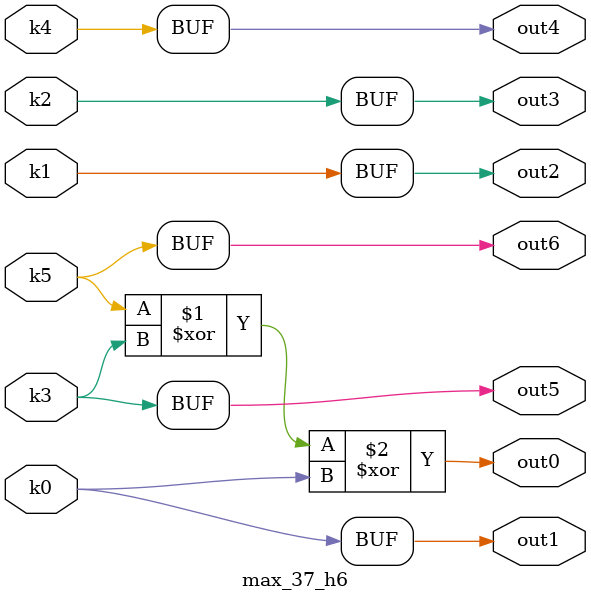
<source format=v>
module max_37(pi00, pi01, pi02, pi03, pi04, pi05, pi06, pi07, pi08, pi09, pi10, pi11, pi12, pi13, po0, po1, po2, po3, po4, po5, po6);
input pi00, pi01, pi02, pi03, pi04, pi05, pi06, pi07, pi08, pi09, pi10, pi11, pi12, pi13;
output po0, po1, po2, po3, po4, po5, po6;
wire k0, k1, k2, k3, k4, k5;
max_37_w6 DUT1 (pi00, pi01, pi02, pi03, pi04, pi05, pi06, pi07, pi08, pi09, pi10, pi11, pi12, pi13, k0, k1, k2, k3, k4, k5);
max_37_h6 DUT2 (k0, k1, k2, k3, k4, k5, po0, po1, po2, po3, po4, po5, po6);
endmodule

module max_37_w6(in13, in12, in11, in10, in9, in8, in7, in6, in5, in4, in3, in2, in1, in0, k5, k4, k3, k2, k1, k0);
input in13, in12, in11, in10, in9, in8, in7, in6, in5, in4, in3, in2, in1, in0;
output k5, k4, k3, k2, k1, k0;
assign k0 =   in0 ? in1 : (in4 ? ~in11 : ~in7);
assign k1 =   in0 ? in2 : (in4 ? ~in12 : ~in8);
assign k2 =   in0 ? in5 : (in4 ? ~in13 : ~in9);
assign k3 =   ~in10 & in6;
assign k4 =   in4 ? ((((in12 | (in2 & (in13 | in5))) & (in13 | in2 | in5)) | (in10 & in3) | (in11 & in1)) & (in11 | in1 | (in10 & in3)) & (in10 | in3)) : ((((in8 | (in2 & (in9 | in5))) & (in9 | in2 | in5)) | (in6 & in3) | (in7 & in1)) & (in7 | in1 | (in6 & in3)) & (in6 | in3));
assign k5 =   (((~in12 | (in8 & (in9 | ~in13))) & (in8 | in9 | ~in13)) | (~in11 & in7)) & (~in11 | in7) & (in6 | ~in10);
endmodule

module max_37_h6(k5, k4, k3, k2, k1, k0, out6, out5, out4, out3, out2, out1, out0);
input k5, k4, k3, k2, k1, k0;
output out6, out5, out4, out3, out2, out1, out0;
assign out0 = k5 ^ k3 ^ k0;
assign out1 = k0;
assign out2 = k1;
assign out3 = k2;
assign out4 = k4;
assign out5 = k3;
assign out6 = k5;
endmodule

</source>
